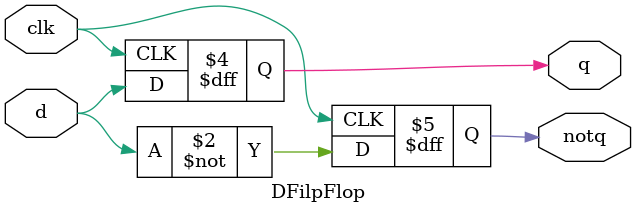
<source format=v>
`timescale 1ns / 1ps


module DFilpFlop(
        output q,
        output notq,
        input d,
        input clk
    );
    reg q,notq;
    initial begin
        q = 0;
        notq = 1;
    end
    
    always @(posedge clk)begin
        q = d;
        notq = ~d;
    end
endmodule

</source>
